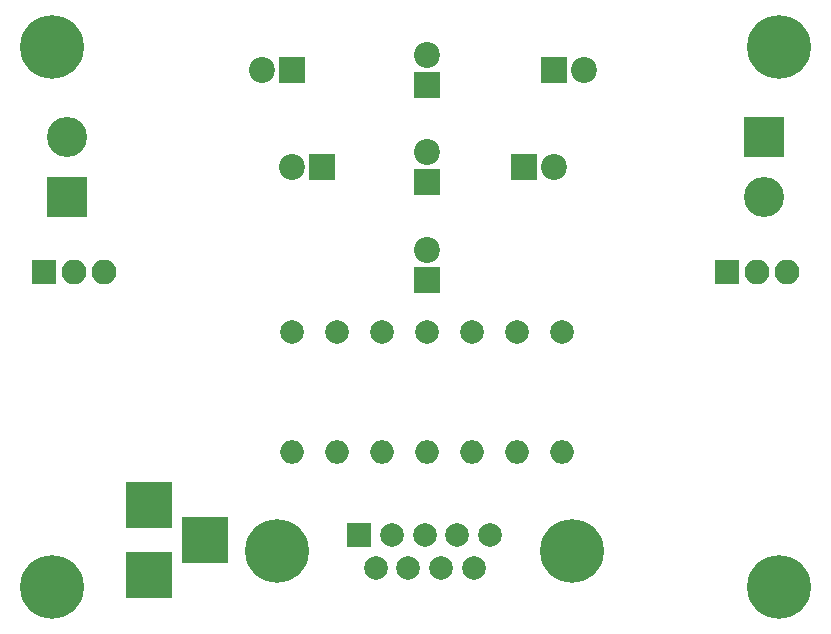
<source format=gbs>
G04 #@! TF.FileFunction,Soldermask,Bot*
%FSLAX46Y46*%
G04 Gerber Fmt 4.6, Leading zero omitted, Abs format (unit mm)*
G04 Created by KiCad (PCBNEW 4.0.7) date 11/06/18 17:06:44*
%MOMM*%
%LPD*%
G01*
G04 APERTURE LIST*
%ADD10C,0.100000*%
%ADD11R,2.200000X2.200000*%
%ADD12C,2.200000*%
%ADD13R,2.000000X2.000000*%
%ADD14C,2.000000*%
%ADD15C,5.400000*%
%ADD16R,3.900000X3.900000*%
%ADD17O,2.000000X2.000000*%
%ADD18R,2.100000X2.100000*%
%ADD19O,2.100000X2.100000*%
%ADD20R,3.400000X3.400000*%
%ADD21C,3.400000*%
G04 APERTURE END LIST*
D10*
D11*
X128270000Y-69215000D03*
D12*
X128270000Y-66675000D03*
D11*
X128270000Y-85725000D03*
D12*
X128270000Y-83185000D03*
D11*
X119380000Y-76200000D03*
D12*
X116840000Y-76200000D03*
D11*
X136525000Y-76200000D03*
D12*
X139065000Y-76200000D03*
D11*
X128270000Y-77470000D03*
D12*
X128270000Y-74930000D03*
D11*
X116840000Y-67945000D03*
D12*
X114300000Y-67945000D03*
D11*
X139065000Y-67945000D03*
D12*
X141605000Y-67945000D03*
D13*
X122555000Y-107315000D03*
D14*
X125325000Y-107315000D03*
X128095000Y-107315000D03*
X130865000Y-107315000D03*
X133635000Y-107315000D03*
X123940000Y-110155000D03*
X126710000Y-110155000D03*
X129480000Y-110155000D03*
X132250000Y-110155000D03*
D15*
X140595000Y-108735000D03*
X115595000Y-108735000D03*
D16*
X104775000Y-104775000D03*
X104775000Y-110775000D03*
X109475000Y-107775000D03*
D15*
X96520000Y-66040000D03*
X158115000Y-66040000D03*
X158115000Y-111760000D03*
X96520000Y-111760000D03*
D14*
X116840000Y-90170000D03*
D17*
X116840000Y-100330000D03*
D14*
X120650000Y-90170000D03*
D17*
X120650000Y-100330000D03*
D14*
X124460000Y-90170000D03*
D17*
X124460000Y-100330000D03*
D14*
X128270000Y-90170000D03*
D17*
X128270000Y-100330000D03*
D14*
X132080000Y-90170000D03*
D17*
X132080000Y-100330000D03*
D14*
X135890000Y-90170000D03*
D17*
X135890000Y-100330000D03*
D14*
X139700000Y-90170000D03*
D17*
X139700000Y-100330000D03*
D18*
X95885000Y-85090000D03*
D19*
X98425000Y-85090000D03*
X100965000Y-85090000D03*
D18*
X153670000Y-85090000D03*
D19*
X156210000Y-85090000D03*
X158750000Y-85090000D03*
D20*
X97790000Y-78740000D03*
D21*
X97790000Y-73660000D03*
D20*
X156845000Y-73660000D03*
D21*
X156845000Y-78740000D03*
M02*

</source>
